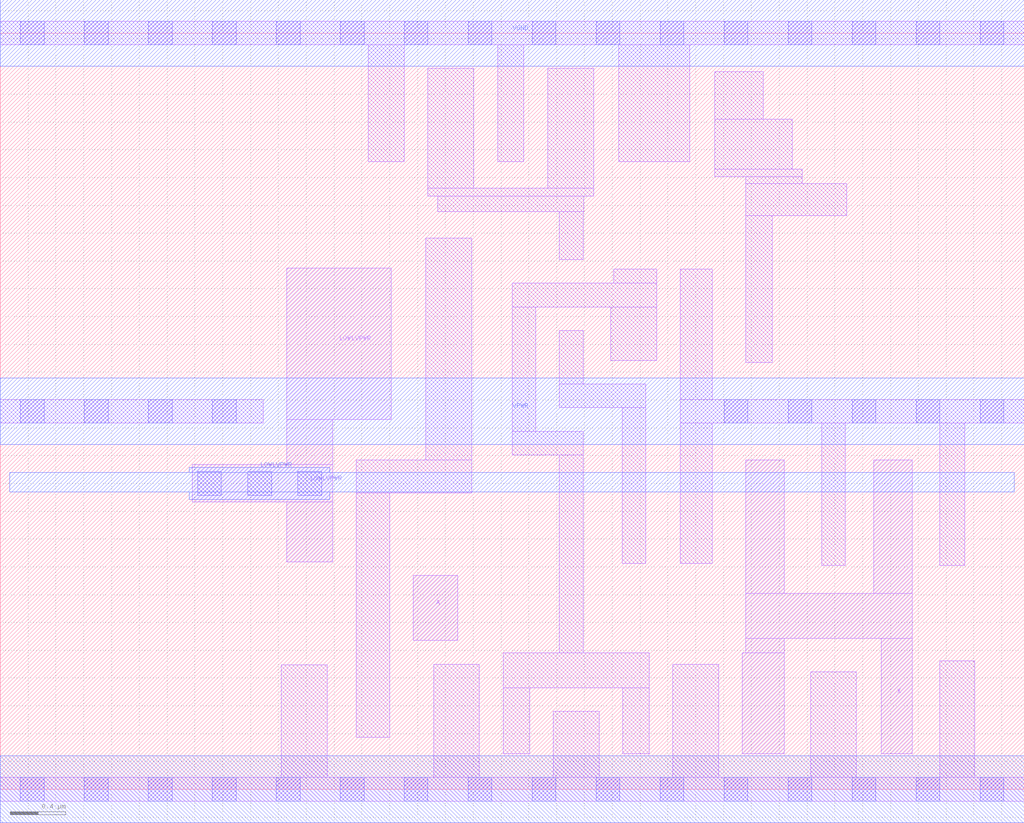
<source format=lef>
# Copyright 2020 The SkyWater PDK Authors
#
# Licensed under the Apache License, Version 2.0 (the "License");
# you may not use this file except in compliance with the License.
# You may obtain a copy of the License at
#
#     https://www.apache.org/licenses/LICENSE-2.0
#
# Unless required by applicable law or agreed to in writing, software
# distributed under the License is distributed on an "AS IS" BASIS,
# WITHOUT WARRANTIES OR CONDITIONS OF ANY KIND, either express or implied.
# See the License for the specific language governing permissions and
# limitations under the License.
#
# SPDX-License-Identifier: Apache-2.0

VERSION 5.7 ;
  NOWIREEXTENSIONATPIN ON ;
  DIVIDERCHAR "/" ;
  BUSBITCHARS "[]" ;
UNITS
  DATABASE MICRONS 200 ;
END UNITS
MACRO sky130_fd_sc_hd__lpflow_lsbuf_lh_isowell_4
  CLASS CORE ;
  FOREIGN sky130_fd_sc_hd__lpflow_lsbuf_lh_isowell_4 ;
  ORIGIN  0.000000  0.000000 ;
  SIZE  7.360000 BY  5.440000 ;
  SYMMETRY X Y R90 ;
  SITE unithd ;
  PIN A
    ANTENNAGATEAREA  0.603000 ;
    DIRECTION INPUT ;
    USE SIGNAL ;
    PORT
      LAYER li1 ;
        RECT 2.970000 1.070000 3.290000 1.540000 ;
    END
  END A
  PIN X
    ANTENNADIFFAREA  1.072500 ;
    DIRECTION OUTPUT ;
    USE SIGNAL ;
    PORT
      LAYER li1 ;
        RECT 5.335000 0.255000 5.635000 0.980000 ;
        RECT 5.360000 0.980000 5.635000 1.085000 ;
        RECT 5.360000 1.085000 6.555000 1.410000 ;
        RECT 5.360000 1.410000 5.635000 2.370000 ;
        RECT 6.280000 1.410000 6.555000 2.370000 ;
        RECT 6.335000 0.255000 6.555000 1.085000 ;
    END
  END X
  PIN LOWLVPWR
    DIRECTION INOUT ;
    SHAPE ABUTMENT ;
    USE POWER ;
    PORT
      LAYER li1 ;
        RECT 1.380000 2.065000 2.390000 2.335000 ;
        RECT 2.060000 1.635000 2.390000 2.065000 ;
        RECT 2.060000 2.335000 2.390000 2.660000 ;
        RECT 2.060000 2.660000 2.810000 3.750000 ;
      LAYER mcon ;
        RECT 1.420000 2.115000 1.590000 2.285000 ;
        RECT 1.780000 2.115000 1.950000 2.285000 ;
        RECT 2.140000 2.115000 2.310000 2.285000 ;
    END
    PORT
      LAYER met1 ;
        RECT 0.070000 2.140000 7.290000 2.280000 ;
        RECT 1.360000 2.085000 2.370000 2.140000 ;
        RECT 1.360000 2.280000 2.370000 2.315000 ;
    END
  END LOWLVPWR
  PIN VGND
    DIRECTION INOUT ;
    SHAPE ABUTMENT ;
    USE GROUND ;
    PORT
      LAYER met1 ;
        RECT 0.000000 5.200000 7.360000 5.680000 ;
    END
  END VGND
  PIN VPWR
    DIRECTION INOUT ;
    SHAPE ABUTMENT ;
    USE POWER ;
    PORT
      LAYER met1 ;
        RECT 0.000000 2.480000 7.360000 2.960000 ;
    END
  END VPWR
  OBS
    LAYER li1 ;
      RECT 0.000000 -0.085000 7.360000 0.085000 ;
      RECT 0.000000  2.635000 1.890000 2.805000 ;
      RECT 0.000000  5.355000 7.360000 5.525000 ;
      RECT 2.020000  0.085000 2.350000 0.895000 ;
      RECT 2.560000  0.375000 2.800000 2.130000 ;
      RECT 2.560000  2.130000 3.390000 2.370000 ;
      RECT 2.645000  4.515000 2.905000 5.355000 ;
      RECT 3.060000  2.370000 3.390000 3.965000 ;
      RECT 3.075000  4.265000 4.265000 4.325000 ;
      RECT 3.075000  4.325000 3.405000 5.185000 ;
      RECT 3.115000  0.085000 3.445000 0.900000 ;
      RECT 3.145000  4.155000 4.195000 4.265000 ;
      RECT 3.575000  4.515000 3.765000 5.355000 ;
      RECT 3.615000  0.255000 3.805000 0.730000 ;
      RECT 3.615000  0.730000 4.665000 0.980000 ;
      RECT 3.680000  2.405000 4.190000 2.575000 ;
      RECT 3.680000  2.575000 3.850000 3.470000 ;
      RECT 3.680000  3.470000 4.720000 3.640000 ;
      RECT 3.935000  4.325000 4.265000 5.185000 ;
      RECT 3.975000  0.085000 4.305000 0.560000 ;
      RECT 4.020000  0.980000 4.190000 2.405000 ;
      RECT 4.020000  2.745000 4.640000 2.915000 ;
      RECT 4.020000  2.915000 4.190000 3.300000 ;
      RECT 4.020000  3.810000 4.190000 4.155000 ;
      RECT 4.390000  3.085000 4.720000 3.470000 ;
      RECT 4.410000  3.640000 4.720000 3.740000 ;
      RECT 4.445000  4.515000 4.955000 5.355000 ;
      RECT 4.470000  1.625000 4.640000 2.745000 ;
      RECT 4.475000  0.255000 4.665000 0.730000 ;
      RECT 4.835000  0.085000 5.165000 0.900000 ;
      RECT 4.890000  1.625000 5.120000 2.635000 ;
      RECT 4.890000  2.635000 7.360000 2.805000 ;
      RECT 4.890000  2.805000 5.120000 3.740000 ;
      RECT 5.135000  4.405000 5.765000 4.460000 ;
      RECT 5.135000  4.460000 5.695000 4.820000 ;
      RECT 5.135000  4.820000 5.485000 5.160000 ;
      RECT 5.360000  3.070000 5.550000 4.125000 ;
      RECT 5.360000  4.125000 6.085000 4.355000 ;
      RECT 5.360000  4.355000 5.765000 4.405000 ;
      RECT 5.825000  0.085000 6.155000 0.845000 ;
      RECT 5.905000  1.610000 6.075000 2.635000 ;
      RECT 6.755000  0.085000 7.005000 0.925000 ;
      RECT 6.755000  1.610000 6.935000 2.635000 ;
    LAYER mcon ;
      RECT 0.145000 -0.085000 0.315000 0.085000 ;
      RECT 0.145000  2.635000 0.315000 2.805000 ;
      RECT 0.145000  5.355000 0.315000 5.525000 ;
      RECT 0.605000 -0.085000 0.775000 0.085000 ;
      RECT 0.605000  2.635000 0.775000 2.805000 ;
      RECT 0.605000  5.355000 0.775000 5.525000 ;
      RECT 1.065000 -0.085000 1.235000 0.085000 ;
      RECT 1.065000  2.635000 1.235000 2.805000 ;
      RECT 1.065000  5.355000 1.235000 5.525000 ;
      RECT 1.525000 -0.085000 1.695000 0.085000 ;
      RECT 1.525000  2.635000 1.695000 2.805000 ;
      RECT 1.525000  5.355000 1.695000 5.525000 ;
      RECT 1.985000 -0.085000 2.155000 0.085000 ;
      RECT 1.985000  5.355000 2.155000 5.525000 ;
      RECT 2.445000 -0.085000 2.615000 0.085000 ;
      RECT 2.445000  5.355000 2.615000 5.525000 ;
      RECT 2.905000 -0.085000 3.075000 0.085000 ;
      RECT 2.905000  5.355000 3.075000 5.525000 ;
      RECT 3.365000 -0.085000 3.535000 0.085000 ;
      RECT 3.365000  5.355000 3.535000 5.525000 ;
      RECT 3.825000 -0.085000 3.995000 0.085000 ;
      RECT 3.825000  5.355000 3.995000 5.525000 ;
      RECT 4.285000 -0.085000 4.455000 0.085000 ;
      RECT 4.285000  5.355000 4.455000 5.525000 ;
      RECT 4.745000 -0.085000 4.915000 0.085000 ;
      RECT 4.745000  5.355000 4.915000 5.525000 ;
      RECT 5.205000 -0.085000 5.375000 0.085000 ;
      RECT 5.205000  2.635000 5.375000 2.805000 ;
      RECT 5.205000  5.355000 5.375000 5.525000 ;
      RECT 5.665000 -0.085000 5.835000 0.085000 ;
      RECT 5.665000  2.635000 5.835000 2.805000 ;
      RECT 5.665000  5.355000 5.835000 5.525000 ;
      RECT 6.125000 -0.085000 6.295000 0.085000 ;
      RECT 6.125000  2.635000 6.295000 2.805000 ;
      RECT 6.125000  5.355000 6.295000 5.525000 ;
      RECT 6.585000 -0.085000 6.755000 0.085000 ;
      RECT 6.585000  2.635000 6.755000 2.805000 ;
      RECT 6.585000  5.355000 6.755000 5.525000 ;
      RECT 7.045000 -0.085000 7.215000 0.085000 ;
      RECT 7.045000  2.635000 7.215000 2.805000 ;
      RECT 7.045000  5.355000 7.215000 5.525000 ;
    LAYER met1 ;
      RECT 0.000000 -0.240000 7.360000 0.240000 ;
  END
END sky130_fd_sc_hd__lpflow_lsbuf_lh_isowell_4
END LIBRARY

</source>
